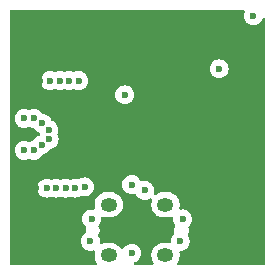
<source format=gbr>
%TF.GenerationSoftware,KiCad,Pcbnew,8.0.8*%
%TF.CreationDate,2025-09-03T22:29:27+08:00*%
%TF.ProjectId,FrekLedMini,4672656b-4c65-4644-9d69-6e692e6b6963,rev?*%
%TF.SameCoordinates,Original*%
%TF.FileFunction,Copper,L2,Inr*%
%TF.FilePolarity,Positive*%
%FSLAX46Y46*%
G04 Gerber Fmt 4.6, Leading zero omitted, Abs format (unit mm)*
G04 Created by KiCad (PCBNEW 8.0.8) date 2025-09-03 22:29:27*
%MOMM*%
%LPD*%
G01*
G04 APERTURE LIST*
%TA.AperFunction,ComponentPad*%
%ADD10O,1.400000X1.150000*%
%TD*%
%TA.AperFunction,ViaPad*%
%ADD11C,0.600000*%
%TD*%
G04 APERTURE END LIST*
D10*
%TO.N,GND*%
%TO.C,J1*%
X113350000Y-121000000D03*
X108550000Y-121000000D03*
X113350000Y-116700000D03*
X108550000Y-116700000D03*
%TD*%
D11*
%TO.N,GND*%
X110500000Y-120800000D03*
X111600000Y-115500000D03*
%TO.N,+5V*%
X110500000Y-113700000D03*
X111500000Y-113700000D03*
X112200000Y-118800000D03*
X105350000Y-118200000D03*
X102700000Y-106200000D03*
X110400000Y-103200000D03*
X119900000Y-113500000D03*
X110200000Y-108600000D03*
X115000000Y-113500000D03*
X115000000Y-102800000D03*
X120200000Y-108900000D03*
X109700000Y-118900000D03*
X118100000Y-102800000D03*
X105700000Y-103200000D03*
X102400000Y-115300000D03*
X115400000Y-109200000D03*
X119800000Y-118200000D03*
X121305514Y-103594486D03*
%TO.N,GND*%
X106500000Y-115200000D03*
X114600000Y-119800000D03*
X107000000Y-119800000D03*
X114800000Y-117900000D03*
X117900000Y-105200000D03*
X120800000Y-100700000D03*
X110500000Y-115000000D03*
X109900000Y-107400000D03*
X107100000Y-117900000D03*
%TO.N,/LED1*%
X106000000Y-106200000D03*
%TO.N,/LED2*%
X105200000Y-106200000D03*
%TO.N,/LED3*%
X104400000Y-106200000D03*
%TO.N,/LED4*%
X103600000Y-106200000D03*
%TO.N,/LED5*%
X103487349Y-110363784D03*
%TO.N,/LED6*%
X102910002Y-109810002D03*
%TO.N,/LED7*%
X102200000Y-109400000D03*
%TO.N,/LED8*%
X101400000Y-109400000D03*
%TO.N,/LED9*%
X101400000Y-112100000D03*
%TO.N,/LED10*%
X102200000Y-112100000D03*
%TO.N,/LED11*%
X102862228Y-111637772D03*
%TO.N,/LED12*%
X103506525Y-111163557D03*
%TO.N,/LED13*%
X103299988Y-115300000D03*
%TO.N,/LED14*%
X104099991Y-115300000D03*
%TO.N,/LED15*%
X104900000Y-115300000D03*
%TO.N,/LED16*%
X105700000Y-115300000D03*
%TD*%
%TA.AperFunction,Conductor*%
%TO.N,+5V*%
G36*
X120018967Y-100220185D02*
G01*
X120064722Y-100272989D01*
X120074666Y-100342147D01*
X120068970Y-100365454D01*
X120014632Y-100520742D01*
X120014630Y-100520750D01*
X119994435Y-100699996D01*
X119994435Y-100700003D01*
X120014630Y-100879249D01*
X120014631Y-100879254D01*
X120074211Y-101049523D01*
X120170184Y-101202262D01*
X120297738Y-101329816D01*
X120450478Y-101425789D01*
X120620745Y-101485368D01*
X120620750Y-101485369D01*
X120799996Y-101505565D01*
X120800000Y-101505565D01*
X120800004Y-101505565D01*
X120979249Y-101485369D01*
X120979252Y-101485368D01*
X120979255Y-101485368D01*
X121149522Y-101425789D01*
X121302262Y-101329816D01*
X121429816Y-101202262D01*
X121525789Y-101049522D01*
X121558458Y-100956160D01*
X121599180Y-100899383D01*
X121664133Y-100873636D01*
X121732694Y-100887092D01*
X121783097Y-100935479D01*
X121799500Y-100997114D01*
X121799500Y-121675500D01*
X121779815Y-121742539D01*
X121727011Y-121788294D01*
X121675500Y-121799500D01*
X114466885Y-121799500D01*
X114399846Y-121779815D01*
X114354091Y-121727011D01*
X114344147Y-121657853D01*
X114366566Y-121602616D01*
X114384341Y-121578149D01*
X114394850Y-121563685D01*
X114471705Y-121412849D01*
X114524018Y-121251847D01*
X114550500Y-121084649D01*
X114550500Y-120915350D01*
X114523451Y-120744573D01*
X114532405Y-120675280D01*
X114577402Y-120621828D01*
X114632041Y-120601955D01*
X114779249Y-120585369D01*
X114779252Y-120585368D01*
X114779255Y-120585368D01*
X114949522Y-120525789D01*
X115102262Y-120429816D01*
X115229816Y-120302262D01*
X115325789Y-120149522D01*
X115385368Y-119979255D01*
X115389887Y-119939147D01*
X115405565Y-119800003D01*
X115405565Y-119799996D01*
X115385369Y-119620750D01*
X115385368Y-119620745D01*
X115325788Y-119450475D01*
X115241227Y-119315899D01*
X115222226Y-119248662D01*
X115242593Y-119181827D01*
X115242998Y-119181215D01*
X115263173Y-119151022D01*
X115311078Y-119035369D01*
X115335500Y-118912591D01*
X115335500Y-118787409D01*
X115311078Y-118664631D01*
X115300715Y-118639614D01*
X115293247Y-118570147D01*
X115324521Y-118507668D01*
X115327596Y-118504482D01*
X115334349Y-118497729D01*
X115429816Y-118402262D01*
X115525789Y-118249522D01*
X115585368Y-118079255D01*
X115605565Y-117900000D01*
X115605564Y-117899995D01*
X115585369Y-117720750D01*
X115585368Y-117720745D01*
X115550062Y-117619847D01*
X115525789Y-117550478D01*
X115506856Y-117520347D01*
X115431640Y-117400641D01*
X115429816Y-117397738D01*
X115302262Y-117270184D01*
X115291919Y-117263685D01*
X115149523Y-117174211D01*
X114979254Y-117114631D01*
X114979249Y-117114630D01*
X114800004Y-117094435D01*
X114799996Y-117094435D01*
X114656745Y-117110575D01*
X114587923Y-117098520D01*
X114536544Y-117051171D01*
X114518920Y-116983561D01*
X114523590Y-116956764D01*
X114522879Y-116956594D01*
X114524015Y-116951855D01*
X114524018Y-116951847D01*
X114537661Y-116865704D01*
X114550500Y-116784649D01*
X114550500Y-116615350D01*
X114524018Y-116448152D01*
X114477688Y-116305565D01*
X114471705Y-116287151D01*
X114471703Y-116287148D01*
X114471703Y-116287146D01*
X114413682Y-116173275D01*
X114394850Y-116136315D01*
X114357834Y-116085366D01*
X114295351Y-115999365D01*
X114295347Y-115999360D01*
X114175639Y-115879652D01*
X114175634Y-115879648D01*
X114038688Y-115780152D01*
X114038687Y-115780151D01*
X114038685Y-115780150D01*
X113991582Y-115756150D01*
X113887853Y-115703296D01*
X113726847Y-115650981D01*
X113559649Y-115624500D01*
X113559644Y-115624500D01*
X113140356Y-115624500D01*
X113140351Y-115624500D01*
X112973152Y-115650981D01*
X112812146Y-115703296D01*
X112661312Y-115780151D01*
X112564916Y-115850186D01*
X112499110Y-115873665D01*
X112431056Y-115857839D01*
X112382362Y-115807733D01*
X112368487Y-115739254D01*
X112374991Y-115708911D01*
X112385367Y-115679258D01*
X112385369Y-115679249D01*
X112405565Y-115500003D01*
X112405565Y-115499996D01*
X112385369Y-115320750D01*
X112385368Y-115320745D01*
X112378108Y-115299996D01*
X112325789Y-115150478D01*
X112307106Y-115120745D01*
X112231237Y-115000000D01*
X112229816Y-114997738D01*
X112102262Y-114870184D01*
X112070897Y-114850476D01*
X111949523Y-114774211D01*
X111779254Y-114714631D01*
X111779249Y-114714630D01*
X111600004Y-114694435D01*
X111599996Y-114694435D01*
X111420746Y-114714631D01*
X111420742Y-114714632D01*
X111384094Y-114727455D01*
X111314315Y-114731016D01*
X111253689Y-114696286D01*
X111229270Y-114656529D01*
X111228810Y-114656751D01*
X111226643Y-114652251D01*
X111226100Y-114651367D01*
X111225788Y-114650476D01*
X111175337Y-114570184D01*
X111129816Y-114497738D01*
X111002262Y-114370184D01*
X110849523Y-114274211D01*
X110679254Y-114214631D01*
X110679249Y-114214630D01*
X110500004Y-114194435D01*
X110499996Y-114194435D01*
X110320750Y-114214630D01*
X110320745Y-114214631D01*
X110150476Y-114274211D01*
X109997737Y-114370184D01*
X109870184Y-114497737D01*
X109774211Y-114650476D01*
X109714631Y-114820745D01*
X109714630Y-114820750D01*
X109694435Y-114999996D01*
X109694435Y-115000003D01*
X109714630Y-115179249D01*
X109714631Y-115179254D01*
X109774211Y-115349523D01*
X109855724Y-115479249D01*
X109870184Y-115502262D01*
X109997738Y-115629816D01*
X110076410Y-115679249D01*
X110114680Y-115703296D01*
X110150478Y-115725789D01*
X110188959Y-115739254D01*
X110320745Y-115785368D01*
X110320750Y-115785369D01*
X110499996Y-115805565D01*
X110500000Y-115805565D01*
X110500004Y-115805565D01*
X110679249Y-115785369D01*
X110679250Y-115785368D01*
X110679255Y-115785368D01*
X110715903Y-115772543D01*
X110785680Y-115768981D01*
X110846307Y-115803709D01*
X110870734Y-115843474D01*
X110871193Y-115843254D01*
X110873347Y-115847727D01*
X110873894Y-115848618D01*
X110874208Y-115849516D01*
X110874211Y-115849522D01*
X110970184Y-116002262D01*
X111097738Y-116129816D01*
X111250478Y-116225789D01*
X111420745Y-116285368D01*
X111420750Y-116285369D01*
X111599996Y-116305565D01*
X111600000Y-116305565D01*
X111600004Y-116305565D01*
X111779249Y-116285369D01*
X111779252Y-116285368D01*
X111779255Y-116285368D01*
X111949522Y-116225789D01*
X112035272Y-116171908D01*
X112102506Y-116152908D01*
X112169342Y-116173275D01*
X112214556Y-116226542D01*
X112223795Y-116295798D01*
X112219174Y-116315220D01*
X112175982Y-116448148D01*
X112175982Y-116448151D01*
X112149500Y-116615350D01*
X112149500Y-116784649D01*
X112175981Y-116951847D01*
X112228296Y-117112853D01*
X112305152Y-117263688D01*
X112404648Y-117400634D01*
X112404652Y-117400639D01*
X112524360Y-117520347D01*
X112524365Y-117520351D01*
X112565832Y-117550478D01*
X112661315Y-117619850D01*
X112757425Y-117668820D01*
X112812146Y-117696703D01*
X112812148Y-117696703D01*
X112812151Y-117696705D01*
X112898450Y-117724745D01*
X112973152Y-117749018D01*
X113140351Y-117775500D01*
X113140356Y-117775500D01*
X113559649Y-117775500D01*
X113726847Y-117749018D01*
X113734270Y-117746606D01*
X113839169Y-117712521D01*
X113909008Y-117710526D01*
X113968841Y-117746606D01*
X113999670Y-117809307D01*
X114000706Y-117844336D01*
X113994435Y-117899995D01*
X113994435Y-117900003D01*
X114014630Y-118079249D01*
X114014631Y-118079254D01*
X114074211Y-118249523D01*
X114158772Y-118384101D01*
X114177772Y-118451338D01*
X114157404Y-118518173D01*
X114156882Y-118518962D01*
X114136828Y-118548975D01*
X114136823Y-118548984D01*
X114088923Y-118664626D01*
X114088920Y-118664638D01*
X114064500Y-118787404D01*
X114064500Y-118912595D01*
X114088920Y-119035361D01*
X114088920Y-119035364D01*
X114099284Y-119060384D01*
X114106752Y-119129854D01*
X114075476Y-119192333D01*
X114072404Y-119195516D01*
X113970185Y-119297736D01*
X113970184Y-119297737D01*
X113874211Y-119450476D01*
X113814631Y-119620745D01*
X113814630Y-119620750D01*
X113794435Y-119799996D01*
X113794435Y-119800004D01*
X113794749Y-119802791D01*
X113794435Y-119804583D01*
X113794435Y-119806964D01*
X113794018Y-119806964D01*
X113782694Y-119871613D01*
X113735345Y-119922992D01*
X113667735Y-119940616D01*
X113652132Y-119939147D01*
X113559651Y-119924500D01*
X113559644Y-119924500D01*
X113140356Y-119924500D01*
X113140351Y-119924500D01*
X112973152Y-119950981D01*
X112812146Y-120003296D01*
X112661311Y-120080152D01*
X112524365Y-120179648D01*
X112524360Y-120179652D01*
X112404652Y-120299360D01*
X112404648Y-120299365D01*
X112305152Y-120436311D01*
X112228296Y-120587146D01*
X112175981Y-120748152D01*
X112149500Y-120915350D01*
X112149500Y-121084649D01*
X112175981Y-121251847D01*
X112228296Y-121412853D01*
X112305151Y-121563687D01*
X112333434Y-121602616D01*
X112356913Y-121668422D01*
X112341087Y-121736476D01*
X112290981Y-121785170D01*
X112233115Y-121799500D01*
X110797114Y-121799500D01*
X110730075Y-121779815D01*
X110684320Y-121727011D01*
X110674376Y-121657853D01*
X110703401Y-121594297D01*
X110756160Y-121558458D01*
X110792531Y-121545730D01*
X110849522Y-121525789D01*
X111002262Y-121429816D01*
X111129816Y-121302262D01*
X111225789Y-121149522D01*
X111285368Y-120979255D01*
X111292568Y-120915356D01*
X111305565Y-120800003D01*
X111305565Y-120799996D01*
X111285369Y-120620750D01*
X111285368Y-120620745D01*
X111272988Y-120585366D01*
X111225789Y-120450478D01*
X111129816Y-120297738D01*
X111002262Y-120170184D01*
X110969379Y-120149522D01*
X110849523Y-120074211D01*
X110679254Y-120014631D01*
X110679249Y-120014630D01*
X110500004Y-119994435D01*
X110499996Y-119994435D01*
X110320750Y-120014630D01*
X110320745Y-120014631D01*
X110150476Y-120074211D01*
X109997737Y-120170184D01*
X109870184Y-120297737D01*
X109870182Y-120297740D01*
X109793346Y-120420022D01*
X109741011Y-120466313D01*
X109671958Y-120476960D01*
X109608109Y-120448585D01*
X109588035Y-120426934D01*
X109495351Y-120299365D01*
X109495347Y-120299360D01*
X109375639Y-120179652D01*
X109375634Y-120179648D01*
X109238688Y-120080152D01*
X109238687Y-120080151D01*
X109238685Y-120080150D01*
X109191582Y-120056150D01*
X109087853Y-120003296D01*
X108926847Y-119950981D01*
X108759649Y-119924500D01*
X108759644Y-119924500D01*
X108340356Y-119924500D01*
X108340351Y-119924500D01*
X108173152Y-119950981D01*
X108012143Y-120003297D01*
X107973996Y-120022735D01*
X107905327Y-120035631D01*
X107840587Y-120009354D01*
X107800330Y-119952248D01*
X107794482Y-119898366D01*
X107805565Y-119800002D01*
X107805565Y-119799996D01*
X107785369Y-119620750D01*
X107785368Y-119620745D01*
X107725788Y-119450476D01*
X107647329Y-119325610D01*
X107628329Y-119258374D01*
X107648697Y-119191538D01*
X107664634Y-119171965D01*
X107688496Y-119148104D01*
X107752414Y-119037396D01*
X107785500Y-118913917D01*
X107785500Y-118850000D01*
X107785500Y-118810118D01*
X107785500Y-118786083D01*
X107752414Y-118662604D01*
X107739142Y-118639617D01*
X107696425Y-118565629D01*
X107679951Y-118497729D01*
X107702803Y-118431702D01*
X107716121Y-118415956D01*
X107729816Y-118402262D01*
X107825789Y-118249522D01*
X107885368Y-118079255D01*
X107905565Y-117900000D01*
X107905564Y-117899995D01*
X107899293Y-117844338D01*
X107911347Y-117775516D01*
X107958695Y-117724136D01*
X108026306Y-117706511D01*
X108060828Y-117712521D01*
X108128917Y-117734644D01*
X108173152Y-117749018D01*
X108340351Y-117775500D01*
X108340356Y-117775500D01*
X108759649Y-117775500D01*
X108926847Y-117749018D01*
X108934270Y-117746606D01*
X109087849Y-117696705D01*
X109238685Y-117619850D01*
X109375641Y-117520346D01*
X109495346Y-117400641D01*
X109594850Y-117263685D01*
X109671705Y-117112849D01*
X109724018Y-116951847D01*
X109750500Y-116784649D01*
X109750500Y-116615350D01*
X109724018Y-116448152D01*
X109677688Y-116305565D01*
X109671705Y-116287151D01*
X109671703Y-116287148D01*
X109671703Y-116287146D01*
X109613682Y-116173275D01*
X109594850Y-116136315D01*
X109557834Y-116085366D01*
X109495351Y-115999365D01*
X109495347Y-115999360D01*
X109375639Y-115879652D01*
X109375634Y-115879648D01*
X109238688Y-115780152D01*
X109238687Y-115780151D01*
X109238685Y-115780150D01*
X109191582Y-115756150D01*
X109087853Y-115703296D01*
X108926847Y-115650981D01*
X108759649Y-115624500D01*
X108759644Y-115624500D01*
X108340356Y-115624500D01*
X108340351Y-115624500D01*
X108173152Y-115650981D01*
X108012146Y-115703296D01*
X107861311Y-115780152D01*
X107724365Y-115879648D01*
X107724360Y-115879652D01*
X107604652Y-115999360D01*
X107604648Y-115999365D01*
X107505152Y-116136311D01*
X107428296Y-116287146D01*
X107375981Y-116448152D01*
X107349500Y-116615350D01*
X107349500Y-116784649D01*
X107375982Y-116951848D01*
X107377121Y-116956594D01*
X107375300Y-116957030D01*
X107377058Y-117018898D01*
X107340968Y-117078725D01*
X107278262Y-117109542D01*
X107243254Y-117110575D01*
X107100004Y-117094435D01*
X107099996Y-117094435D01*
X106920750Y-117114630D01*
X106920745Y-117114631D01*
X106750476Y-117174211D01*
X106597737Y-117270184D01*
X106470184Y-117397737D01*
X106374211Y-117550476D01*
X106314631Y-117720745D01*
X106314630Y-117720750D01*
X106294435Y-117899996D01*
X106294435Y-117900003D01*
X106314630Y-118079249D01*
X106314631Y-118079254D01*
X106374211Y-118249523D01*
X106470184Y-118402262D01*
X106597737Y-118529815D01*
X106603184Y-118534159D01*
X106601501Y-118536268D01*
X106639653Y-118579392D01*
X106650308Y-118648444D01*
X106647170Y-118664156D01*
X106614500Y-118786083D01*
X106614500Y-118913916D01*
X106632760Y-118982064D01*
X106631097Y-119051914D01*
X106591934Y-119109776D01*
X106578960Y-119119148D01*
X106561923Y-119129854D01*
X106497737Y-119170184D01*
X106370184Y-119297737D01*
X106274211Y-119450476D01*
X106214631Y-119620745D01*
X106214630Y-119620750D01*
X106194435Y-119799996D01*
X106194435Y-119800003D01*
X106214630Y-119979249D01*
X106214631Y-119979254D01*
X106274211Y-120149523D01*
X106293144Y-120179654D01*
X106370184Y-120302262D01*
X106497738Y-120429816D01*
X106650478Y-120525789D01*
X106765152Y-120565915D01*
X106820745Y-120585368D01*
X106820750Y-120585369D01*
X106999996Y-120605565D01*
X107000000Y-120605565D01*
X107000004Y-120605565D01*
X107179249Y-120585369D01*
X107179251Y-120585368D01*
X107179255Y-120585368D01*
X107179258Y-120585366D01*
X107179262Y-120585366D01*
X107224671Y-120569477D01*
X107294450Y-120565915D01*
X107355077Y-120600643D01*
X107387305Y-120662636D01*
X107383558Y-120724834D01*
X107375982Y-120748151D01*
X107349500Y-120915350D01*
X107349500Y-121084649D01*
X107375981Y-121251847D01*
X107428296Y-121412853D01*
X107505151Y-121563687D01*
X107533434Y-121602616D01*
X107556913Y-121668422D01*
X107541087Y-121736476D01*
X107490981Y-121785170D01*
X107433115Y-121799500D01*
X100324500Y-121799500D01*
X100257461Y-121779815D01*
X100211706Y-121727011D01*
X100200500Y-121675500D01*
X100200500Y-115299996D01*
X102494423Y-115299996D01*
X102494423Y-115300003D01*
X102514618Y-115479249D01*
X102514619Y-115479254D01*
X102574199Y-115649523D01*
X102625765Y-115731589D01*
X102670172Y-115802262D01*
X102797726Y-115929816D01*
X102886133Y-115985366D01*
X102948242Y-116024392D01*
X102950466Y-116025789D01*
X103120727Y-116085366D01*
X103120733Y-116085368D01*
X103120738Y-116085369D01*
X103299984Y-116105565D01*
X103299988Y-116105565D01*
X103299992Y-116105565D01*
X103479237Y-116085369D01*
X103479239Y-116085368D01*
X103479243Y-116085368D01*
X103479246Y-116085366D01*
X103479250Y-116085366D01*
X103656083Y-116023489D01*
X103656834Y-116025637D01*
X103715116Y-116016035D01*
X103743580Y-116024391D01*
X103743896Y-116023489D01*
X103920736Y-116085368D01*
X103920741Y-116085369D01*
X104099987Y-116105565D01*
X104099991Y-116105565D01*
X104099995Y-116105565D01*
X104279240Y-116085369D01*
X104279242Y-116085368D01*
X104279246Y-116085368D01*
X104279249Y-116085366D01*
X104279253Y-116085366D01*
X104456086Y-116023489D01*
X104456838Y-116025639D01*
X104515103Y-116016031D01*
X104543588Y-116024393D01*
X104543905Y-116023489D01*
X104720745Y-116085368D01*
X104720750Y-116085369D01*
X104899996Y-116105565D01*
X104900000Y-116105565D01*
X104900004Y-116105565D01*
X105079249Y-116085369D01*
X105079251Y-116085368D01*
X105079255Y-116085368D01*
X105079258Y-116085366D01*
X105079262Y-116085366D01*
X105256095Y-116023489D01*
X105256846Y-116025637D01*
X105315128Y-116016035D01*
X105343588Y-116024392D01*
X105343905Y-116023489D01*
X105520737Y-116085366D01*
X105520743Y-116085367D01*
X105520745Y-116085368D01*
X105520746Y-116085368D01*
X105520750Y-116085369D01*
X105699996Y-116105565D01*
X105700000Y-116105565D01*
X105700004Y-116105565D01*
X105879249Y-116085369D01*
X105879252Y-116085368D01*
X105879255Y-116085368D01*
X106049522Y-116025789D01*
X106051746Y-116024392D01*
X106091583Y-115999360D01*
X106137293Y-115970638D01*
X106204527Y-115951638D01*
X106244219Y-115958591D01*
X106320737Y-115985366D01*
X106320743Y-115985367D01*
X106320745Y-115985368D01*
X106320746Y-115985368D01*
X106320750Y-115985369D01*
X106499996Y-116005565D01*
X106500000Y-116005565D01*
X106500004Y-116005565D01*
X106679249Y-115985369D01*
X106679252Y-115985368D01*
X106679255Y-115985368D01*
X106849522Y-115925789D01*
X107002262Y-115829816D01*
X107129816Y-115702262D01*
X107225789Y-115549522D01*
X107285368Y-115379255D01*
X107291960Y-115320750D01*
X107305565Y-115200003D01*
X107305565Y-115199996D01*
X107285369Y-115020750D01*
X107285368Y-115020745D01*
X107278108Y-114999996D01*
X107225789Y-114850478D01*
X107207106Y-114820745D01*
X107140431Y-114714632D01*
X107129816Y-114697738D01*
X107002262Y-114570184D01*
X106937293Y-114529361D01*
X106849523Y-114474211D01*
X106679254Y-114414631D01*
X106679249Y-114414630D01*
X106500004Y-114394435D01*
X106499996Y-114394435D01*
X106320750Y-114414630D01*
X106320737Y-114414633D01*
X106150479Y-114474209D01*
X106062705Y-114529361D01*
X105995468Y-114548361D01*
X105955781Y-114541409D01*
X105879255Y-114514632D01*
X105879254Y-114514631D01*
X105879252Y-114514631D01*
X105700004Y-114494435D01*
X105699996Y-114494435D01*
X105520750Y-114514630D01*
X105520737Y-114514633D01*
X105343906Y-114576510D01*
X105343155Y-114574364D01*
X105284856Y-114583962D01*
X105256409Y-114575609D01*
X105256094Y-114576510D01*
X105079262Y-114514633D01*
X105079249Y-114514630D01*
X104900004Y-114494435D01*
X104899996Y-114494435D01*
X104720750Y-114514630D01*
X104720737Y-114514633D01*
X104543906Y-114576510D01*
X104543155Y-114574364D01*
X104484855Y-114583964D01*
X104456401Y-114575609D01*
X104456086Y-114576511D01*
X104279245Y-114514631D01*
X104279240Y-114514630D01*
X104099995Y-114494435D01*
X104099987Y-114494435D01*
X103920741Y-114514630D01*
X103920728Y-114514633D01*
X103743897Y-114576510D01*
X103743148Y-114574369D01*
X103684812Y-114583958D01*
X103656396Y-114575611D01*
X103656082Y-114576510D01*
X103479250Y-114514633D01*
X103479237Y-114514630D01*
X103299992Y-114494435D01*
X103299984Y-114494435D01*
X103120738Y-114514630D01*
X103120733Y-114514631D01*
X102950464Y-114574211D01*
X102797725Y-114670184D01*
X102670172Y-114797737D01*
X102574199Y-114950476D01*
X102514619Y-115120745D01*
X102514618Y-115120750D01*
X102494423Y-115299996D01*
X100200500Y-115299996D01*
X100200500Y-109399996D01*
X100594435Y-109399996D01*
X100594435Y-109400003D01*
X100614630Y-109579249D01*
X100614631Y-109579254D01*
X100674211Y-109749523D01*
X100744585Y-109861521D01*
X100770184Y-109902262D01*
X100897738Y-110029816D01*
X100988080Y-110086582D01*
X101048254Y-110124392D01*
X101050478Y-110125789D01*
X101218347Y-110184529D01*
X101220745Y-110185368D01*
X101220750Y-110185369D01*
X101399996Y-110205565D01*
X101400000Y-110205565D01*
X101400004Y-110205565D01*
X101579249Y-110185369D01*
X101579251Y-110185368D01*
X101579255Y-110185368D01*
X101579258Y-110185366D01*
X101579262Y-110185366D01*
X101756095Y-110123489D01*
X101756846Y-110125637D01*
X101815128Y-110116035D01*
X101843588Y-110124392D01*
X101843905Y-110123489D01*
X102020737Y-110185366D01*
X102020743Y-110185367D01*
X102020745Y-110185368D01*
X102020746Y-110185368D01*
X102020750Y-110185369D01*
X102095810Y-110193825D01*
X102154802Y-110200472D01*
X102219216Y-110227538D01*
X102245912Y-110257720D01*
X102280180Y-110312257D01*
X102280184Y-110312262D01*
X102280186Y-110312264D01*
X102407740Y-110439818D01*
X102560480Y-110535791D01*
X102662470Y-110571478D01*
X102719245Y-110612200D01*
X102738554Y-110647562D01*
X102755396Y-110695690D01*
X102758957Y-110765469D01*
X102724228Y-110826096D01*
X102679309Y-110853686D01*
X102512705Y-110911983D01*
X102359965Y-111007956D01*
X102232412Y-111135509D01*
X102159185Y-111252050D01*
X102106850Y-111298341D01*
X102068076Y-111309298D01*
X102020750Y-111314630D01*
X101843905Y-111376511D01*
X101843153Y-111374364D01*
X101784856Y-111383962D01*
X101756409Y-111375609D01*
X101756094Y-111376510D01*
X101579262Y-111314633D01*
X101579249Y-111314630D01*
X101400004Y-111294435D01*
X101399996Y-111294435D01*
X101220750Y-111314630D01*
X101220745Y-111314631D01*
X101050476Y-111374211D01*
X100897737Y-111470184D01*
X100770184Y-111597737D01*
X100674211Y-111750476D01*
X100614631Y-111920745D01*
X100614630Y-111920750D01*
X100594435Y-112099996D01*
X100594435Y-112100003D01*
X100614630Y-112279249D01*
X100614631Y-112279254D01*
X100674211Y-112449523D01*
X100696956Y-112485721D01*
X100770184Y-112602262D01*
X100897738Y-112729816D01*
X100988080Y-112786582D01*
X101048254Y-112824392D01*
X101050478Y-112825789D01*
X101220739Y-112885366D01*
X101220745Y-112885368D01*
X101220750Y-112885369D01*
X101399996Y-112905565D01*
X101400000Y-112905565D01*
X101400004Y-112905565D01*
X101579249Y-112885369D01*
X101579251Y-112885368D01*
X101579255Y-112885368D01*
X101579258Y-112885366D01*
X101579262Y-112885366D01*
X101756095Y-112823489D01*
X101756846Y-112825637D01*
X101815128Y-112816035D01*
X101843588Y-112824392D01*
X101843905Y-112823489D01*
X102020737Y-112885366D01*
X102020743Y-112885367D01*
X102020745Y-112885368D01*
X102020746Y-112885368D01*
X102020750Y-112885369D01*
X102199996Y-112905565D01*
X102200000Y-112905565D01*
X102200004Y-112905565D01*
X102379249Y-112885369D01*
X102379252Y-112885368D01*
X102379255Y-112885368D01*
X102549522Y-112825789D01*
X102702262Y-112729816D01*
X102829816Y-112602262D01*
X102903044Y-112485719D01*
X102955377Y-112439429D01*
X102994151Y-112428472D01*
X103041483Y-112423140D01*
X103211750Y-112363561D01*
X103364490Y-112267588D01*
X103492044Y-112140034D01*
X103574745Y-112008416D01*
X103627077Y-111962127D01*
X103665853Y-111951170D01*
X103685780Y-111948925D01*
X103856047Y-111889346D01*
X104008787Y-111793373D01*
X104136341Y-111665819D01*
X104232314Y-111513079D01*
X104291893Y-111342812D01*
X104295068Y-111314632D01*
X104312090Y-111163560D01*
X104312090Y-111163553D01*
X104291894Y-110984307D01*
X104291891Y-110984294D01*
X104236534Y-110826096D01*
X104232314Y-110814035D01*
X104229129Y-110808966D01*
X104210127Y-110741733D01*
X104217078Y-110702043D01*
X104272717Y-110543039D01*
X104284347Y-110439818D01*
X104292914Y-110363787D01*
X104292914Y-110363780D01*
X104272718Y-110184534D01*
X104272717Y-110184529D01*
X104241064Y-110094071D01*
X104213138Y-110014262D01*
X104117165Y-109861522D01*
X103989611Y-109733968D01*
X103836871Y-109637995D01*
X103836872Y-109637995D01*
X103836870Y-109637994D01*
X103758096Y-109610430D01*
X103734880Y-109602306D01*
X103678105Y-109561586D01*
X103658794Y-109526220D01*
X103635791Y-109460479D01*
X103539817Y-109307739D01*
X103412264Y-109180186D01*
X103259525Y-109084213D01*
X103089256Y-109024633D01*
X103089252Y-109024632D01*
X102955197Y-109009528D01*
X102890783Y-108982461D01*
X102864087Y-108952280D01*
X102829815Y-108897737D01*
X102702262Y-108770184D01*
X102549523Y-108674211D01*
X102379254Y-108614631D01*
X102379249Y-108614630D01*
X102200004Y-108594435D01*
X102199996Y-108594435D01*
X102020750Y-108614630D01*
X102020737Y-108614633D01*
X101843906Y-108676510D01*
X101843155Y-108674364D01*
X101784856Y-108683962D01*
X101756409Y-108675609D01*
X101756094Y-108676510D01*
X101579262Y-108614633D01*
X101579249Y-108614630D01*
X101400004Y-108594435D01*
X101399996Y-108594435D01*
X101220750Y-108614630D01*
X101220745Y-108614631D01*
X101050476Y-108674211D01*
X100897737Y-108770184D01*
X100770184Y-108897737D01*
X100674211Y-109050476D01*
X100614631Y-109220745D01*
X100614630Y-109220750D01*
X100594435Y-109399996D01*
X100200500Y-109399996D01*
X100200500Y-107399996D01*
X109094435Y-107399996D01*
X109094435Y-107400003D01*
X109114630Y-107579249D01*
X109114631Y-107579254D01*
X109174211Y-107749523D01*
X109270184Y-107902262D01*
X109397738Y-108029816D01*
X109550478Y-108125789D01*
X109720745Y-108185368D01*
X109720750Y-108185369D01*
X109899996Y-108205565D01*
X109900000Y-108205565D01*
X109900004Y-108205565D01*
X110079249Y-108185369D01*
X110079252Y-108185368D01*
X110079255Y-108185368D01*
X110249522Y-108125789D01*
X110402262Y-108029816D01*
X110529816Y-107902262D01*
X110625789Y-107749522D01*
X110685368Y-107579255D01*
X110705565Y-107400000D01*
X110685368Y-107220745D01*
X110625789Y-107050478D01*
X110529816Y-106897738D01*
X110402262Y-106770184D01*
X110249523Y-106674211D01*
X110079254Y-106614631D01*
X110079249Y-106614630D01*
X109900004Y-106594435D01*
X109899996Y-106594435D01*
X109720750Y-106614630D01*
X109720745Y-106614631D01*
X109550476Y-106674211D01*
X109397737Y-106770184D01*
X109270184Y-106897737D01*
X109174211Y-107050476D01*
X109114631Y-107220745D01*
X109114630Y-107220750D01*
X109094435Y-107399996D01*
X100200500Y-107399996D01*
X100200500Y-106199996D01*
X102794435Y-106199996D01*
X102794435Y-106200003D01*
X102814630Y-106379249D01*
X102814631Y-106379254D01*
X102874211Y-106549523D01*
X102915122Y-106614632D01*
X102970184Y-106702262D01*
X103097738Y-106829816D01*
X103188080Y-106886582D01*
X103248254Y-106924392D01*
X103250478Y-106925789D01*
X103420739Y-106985366D01*
X103420745Y-106985368D01*
X103420750Y-106985369D01*
X103599996Y-107005565D01*
X103600000Y-107005565D01*
X103600004Y-107005565D01*
X103779249Y-106985369D01*
X103779251Y-106985368D01*
X103779255Y-106985368D01*
X103779258Y-106985366D01*
X103779262Y-106985366D01*
X103956095Y-106923489D01*
X103956846Y-106925637D01*
X104015128Y-106916035D01*
X104043588Y-106924392D01*
X104043905Y-106923489D01*
X104220737Y-106985366D01*
X104220743Y-106985367D01*
X104220745Y-106985368D01*
X104220746Y-106985368D01*
X104220750Y-106985369D01*
X104399996Y-107005565D01*
X104400000Y-107005565D01*
X104400004Y-107005565D01*
X104579249Y-106985369D01*
X104579251Y-106985368D01*
X104579255Y-106985368D01*
X104579258Y-106985366D01*
X104579262Y-106985366D01*
X104756095Y-106923489D01*
X104756846Y-106925637D01*
X104815128Y-106916035D01*
X104843588Y-106924392D01*
X104843905Y-106923489D01*
X105020737Y-106985366D01*
X105020743Y-106985367D01*
X105020745Y-106985368D01*
X105020746Y-106985368D01*
X105020750Y-106985369D01*
X105199996Y-107005565D01*
X105200000Y-107005565D01*
X105200004Y-107005565D01*
X105379249Y-106985369D01*
X105379251Y-106985368D01*
X105379255Y-106985368D01*
X105379258Y-106985366D01*
X105379262Y-106985366D01*
X105556095Y-106923489D01*
X105556846Y-106925637D01*
X105615128Y-106916035D01*
X105643588Y-106924392D01*
X105643905Y-106923489D01*
X105820737Y-106985366D01*
X105820743Y-106985367D01*
X105820745Y-106985368D01*
X105820746Y-106985368D01*
X105820750Y-106985369D01*
X105999996Y-107005565D01*
X106000000Y-107005565D01*
X106000004Y-107005565D01*
X106179249Y-106985369D01*
X106179252Y-106985368D01*
X106179255Y-106985368D01*
X106349522Y-106925789D01*
X106502262Y-106829816D01*
X106629816Y-106702262D01*
X106725789Y-106549522D01*
X106785368Y-106379255D01*
X106805565Y-106200000D01*
X106785368Y-106020745D01*
X106725789Y-105850478D01*
X106629816Y-105697738D01*
X106502262Y-105570184D01*
X106469379Y-105549522D01*
X106349523Y-105474211D01*
X106179254Y-105414631D01*
X106179249Y-105414630D01*
X106000004Y-105394435D01*
X105999996Y-105394435D01*
X105820750Y-105414630D01*
X105820737Y-105414633D01*
X105643906Y-105476510D01*
X105643155Y-105474364D01*
X105584856Y-105483962D01*
X105556409Y-105475609D01*
X105556094Y-105476510D01*
X105379262Y-105414633D01*
X105379249Y-105414630D01*
X105200004Y-105394435D01*
X105199996Y-105394435D01*
X105020750Y-105414630D01*
X105020737Y-105414633D01*
X104843906Y-105476510D01*
X104843155Y-105474364D01*
X104784856Y-105483962D01*
X104756409Y-105475609D01*
X104756094Y-105476510D01*
X104579262Y-105414633D01*
X104579249Y-105414630D01*
X104400004Y-105394435D01*
X104399996Y-105394435D01*
X104220750Y-105414630D01*
X104220737Y-105414633D01*
X104043906Y-105476510D01*
X104043155Y-105474364D01*
X103984856Y-105483962D01*
X103956409Y-105475609D01*
X103956094Y-105476510D01*
X103779262Y-105414633D01*
X103779249Y-105414630D01*
X103600004Y-105394435D01*
X103599996Y-105394435D01*
X103420750Y-105414630D01*
X103420745Y-105414631D01*
X103250476Y-105474211D01*
X103097737Y-105570184D01*
X102970184Y-105697737D01*
X102874211Y-105850476D01*
X102814631Y-106020745D01*
X102814630Y-106020750D01*
X102794435Y-106199996D01*
X100200500Y-106199996D01*
X100200500Y-105199996D01*
X117094435Y-105199996D01*
X117094435Y-105200003D01*
X117114630Y-105379249D01*
X117114631Y-105379254D01*
X117174211Y-105549523D01*
X117267341Y-105697737D01*
X117270184Y-105702262D01*
X117397738Y-105829816D01*
X117550478Y-105925789D01*
X117720745Y-105985368D01*
X117720750Y-105985369D01*
X117899996Y-106005565D01*
X117900000Y-106005565D01*
X117900004Y-106005565D01*
X118079249Y-105985369D01*
X118079252Y-105985368D01*
X118079255Y-105985368D01*
X118249522Y-105925789D01*
X118402262Y-105829816D01*
X118529816Y-105702262D01*
X118625789Y-105549522D01*
X118685368Y-105379255D01*
X118705565Y-105200000D01*
X118685368Y-105020745D01*
X118625789Y-104850478D01*
X118529816Y-104697738D01*
X118402262Y-104570184D01*
X118249523Y-104474211D01*
X118079254Y-104414631D01*
X118079249Y-104414630D01*
X117900004Y-104394435D01*
X117899996Y-104394435D01*
X117720750Y-104414630D01*
X117720745Y-104414631D01*
X117550476Y-104474211D01*
X117397737Y-104570184D01*
X117270184Y-104697737D01*
X117174211Y-104850476D01*
X117114631Y-105020745D01*
X117114630Y-105020750D01*
X117094435Y-105199996D01*
X100200500Y-105199996D01*
X100200500Y-100324500D01*
X100220185Y-100257461D01*
X100272989Y-100211706D01*
X100324500Y-100200500D01*
X119951928Y-100200500D01*
X120018967Y-100220185D01*
G37*
%TD.AperFunction*%
%TD*%
M02*

</source>
